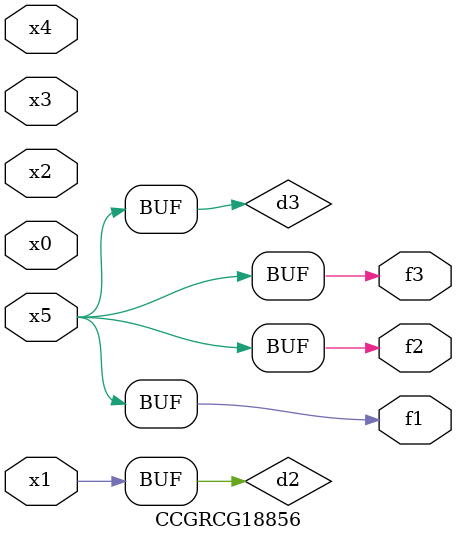
<source format=v>
module CCGRCG18856(
	input x0, x1, x2, x3, x4, x5,
	output f1, f2, f3
);

	wire d1, d2, d3;

	not (d1, x5);
	or (d2, x1);
	xnor (d3, d1);
	assign f1 = d3;
	assign f2 = d3;
	assign f3 = d3;
endmodule

</source>
